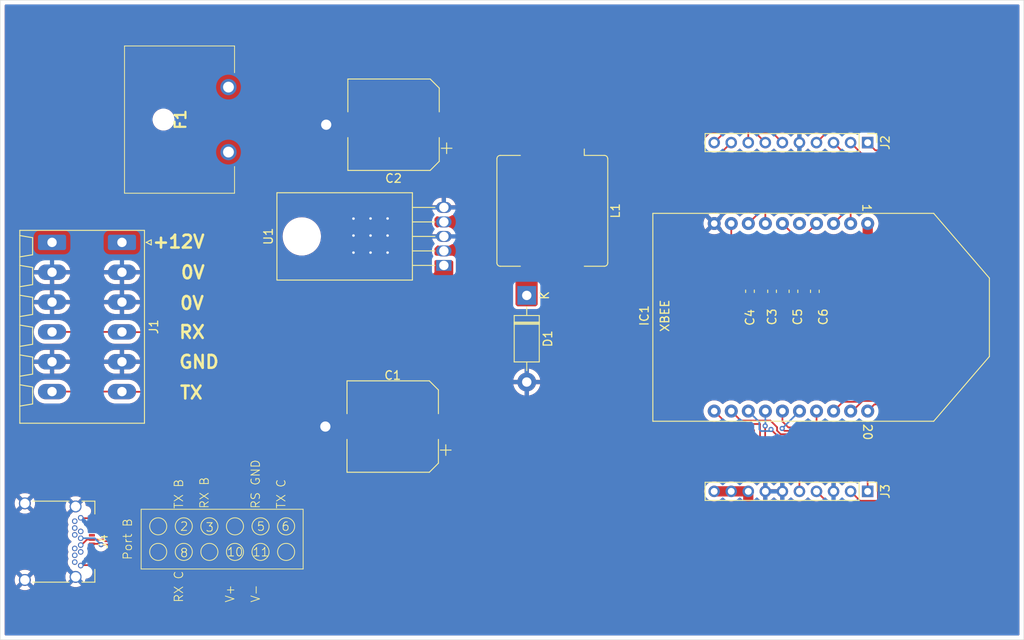
<source format=kicad_pcb>
(kicad_pcb (version 20240108) (generator "pcbnew") (generator_version "8.0")
  (title_block (title "XBee Carrier Board for AgGPS") (date "2024-12-29") (rev "A") (comment 1 "Pour boitier Hammond 1455J1601"))
  (layers (0 "F.Cu" mixed) (31 "B.Cu" jumper) (34 "B.Paste" user) (35 "F.Paste" user) (36 "B.SilkS" user "B.Silkscreen") (37 "F.SilkS" user "F.Silkscreen") (38 "B.Mask" user) (39 "F.Mask" user) (44 "Edge.Cuts" user))
  (net 0 "")
  (net 1 "Receiver_UART_GND")
  (net 2 "DC_3_3VR")
  (net 3 "Net-(U1-VIN)")
  (net 4 "Net-(D1-K)")
  (net 5 "DC_12V_Unr")
  (net 7 "XBee_Serial_In")
  (net 8 "XBee_USB_D+")
  (net 9 "XBee_Serial_Out")
  (net 10 "XBee_USB_D-")
  (net 11 "XBee_DIO2")
  (net 12 "XBee_DIO4_SPI_MOSI")
  (net 13 "XBee_VRef")
  (net 14 "XBee_DIO3")
  (net 15 "XBee_DIO7")
  (net 16 "XBee_DIO0")
  (net 17 "XBee_DIO8")
  (net 18 "XBee_DIO12_SPI_MISO")
  (net 19 "XBee_DIO1")
  (net 20 "XBee_DIO9")
  (net 21 "XBee_DIO6")
  (net 22 "XBee_DIO5")
  (net 23 "XBee_DIO11_PWM1")
  (footprint "Capacitor_SMD:CP_Elec_10x12.5" (layer "F.Cu") (at 116 120 180)
    (property "Reference" "C1" (at 0 6 180) (layer "F.SilkS"))
    (property "Value" "100uF")
    (pad "1" smd roundrect (at -4.2 0 180) (size 4.4 2.5) (layers "F.Cu" "F.Paste" "F.Mask") (roundrect_rratio 0.1) (net 3 "Net-(U1-VIN)"))
    (pad "2" smd roundrect (at 4.2 0 180) (size 4.4 2.5) (layers "F.Cu" "F.Paste" "F.Mask") (roundrect_rratio 0.1) (net 1 "Receiver_UART_GND"))
  )
  (footprint "Connector_PinHeader_2.00mm:PinHeader_1x10_P2.00mm_Vertical" (layer "F.Cu") (at 171.7 86.7 -90)
    (property "Reference" "J2" (at 0 -2.06 -90) (layer "F.SilkS"))
    (property "Value" "Screw_Terminal_01x10")
    (pad "1" thru_hole rect (at 0 0 270) (size 1.35 1.35) (drill 0.8) (layers "*.Cu" "*.Mask") (net 16 "XBee_DIO0"))
    (pad "2" thru_hole oval (at 0 2 270) (size 1.35 1.35) (drill 0.8) (layers "*.Cu" "*.Mask") (net 19 "XBee_DIO1"))
    (pad "3" thru_hole oval (at 0 4 270) (size 1.35 1.35) (drill 0.8) (layers "*.Cu" "*.Mask") (net 11 "XBee_DIO2"))
    (pad "4" thru_hole oval (at 0 6 270) (size 1.35 1.35) (drill 0.8) (layers "*.Cu" "*.Mask") (net 14 "XBee_DIO3"))
    (pad "5" thru_hole oval (at 0 8 270) (size 1.35 1.35) (drill 0.8) (layers "*.Cu" "*.Mask") (net 1 "Receiver_UART_GND"))
    (pad "6" thru_hole oval (at 0 10 270) (size 1.35 1.35) (drill 0.8) (layers "*.Cu" "*.Mask") (net 22 "XBee_DIO5"))
    (pad "7" thru_hole oval (at 0 12 270) (size 1.35 1.35) (drill 0.8) (layers "*.Cu" "*.Mask") (net 21 "XBee_DIO6"))
    (pad "8" thru_hole oval (at 0 14 270) (size 1.35 1.35) (drill 0.8) (layers "*.Cu" "*.Mask") (net 15 "XBee_DIO7"))
    (pad "9" thru_hole oval (at 0 16 270) (size 1.35 1.35) (drill 0.8) (layers "*.Cu" "*.Mask") (net 17 "XBee_DIO8"))
    (pad "10" thru_hole oval (at 0 18 270) (size 1.35 1.35) (drill 0.8) (layers "*.Cu" "*.Mask") (net 20 "XBee_DIO9"))
  )
  (footprint "Capacitor_SMD:C_0603_1608Metric_Pad1.08x0.95mm_HandSolder" (layer "F.Cu") (at 157.9 104.132829 -90)
    (property "Reference" "C4" (at 3.067171 0 90) (layer "F.SilkS"))
    (property "Value" "10nF")
    (pad "1" smd roundrect (at -0.8625 0 270) (size 1.075 0.95) (layers "F.Cu" "F.Paste" "F.Mask") (net 1 "Receiver_UART_GND"))
    (pad "2" smd roundrect (at 0.8625 0 270) (size 1.075 0.95) (layers "F.Cu" "F.Paste" "F.Mask") (net 2 "DC_3_3VR"))
  )
  (footprint "Capacitor_SMD:C_0603_1608Metric_Pad1.08x0.95mm_HandSolder" (layer "F.Cu") (at 165.51 104.1375 90)
    (property "Reference" "C6" (at -3 0.98 -90) (layer "F.SilkS"))
    (property "Value" "10pF")
    (pad "1" smd roundrect (at -0.8625 0 90) (size 1.075 0.95) (layers "F.Cu" "F.Paste" "F.Mask") (net 2 "DC_3_3VR"))
    (pad "2" smd roundrect (at 0.8625 0 90) (size 1.075 0.95) (layers "F.Cu" "F.Paste" "F.Mask") (net 1 "Receiver_UART_GND"))
  )
  (footprint "Capacitor_SMD:C_0603_1608Metric_Pad1.08x0.95mm_HandSolder" (layer "F.Cu") (at 163 104.1375 90)
    (property "Reference" "C5" (at -3 0.49 -90) (layer "F.SilkS"))
    (property "Value" "56pF")
    (pad "1" smd roundrect (at -0.8625 0 90) (size 1.075 0.95) (layers "F.Cu" "F.Paste" "F.Mask") (net 2 "DC_3_3VR"))
    (pad "2" smd roundrect (at 0.8625 0 90) (size 1.075 0.95) (layers "F.Cu" "F.Paste" "F.Mask") (net 1 "Receiver_UART_GND"))
  )
  (footprint "Connector_Phoenix_SPT:PhoenixContact_SPT_1.5_6-H-3.5_1x06_P3.5mm_Horizontal" (layer "F.Cu") (at 84.2475 98.4 -90)
    (property "Reference" "J1" (at 9.9 -3.73 90) (layer "F.SilkS"))
    (property "Value" "Screw_Terminal_01x06")
    (pad "1" thru_hole roundrect (at 0 0 270) (size 1.8 3.3) (drill 1.1) (layers "*.Cu" "*.Mask") (roundrect_rratio 0.138889) (net 5 "DC_12V_Unr"))
    (pad "1" thru_hole roundrect (at 0 8.2 270) (size 1.8 3.3) (drill 1.1) (layers "*.Cu" "*.Mask") (roundrect_rratio 0.138889) (net 5 "DC_12V_Unr"))
    (pad "2" thru_hole oval (at 3.5 0 270) (size 1.8 3.3) (drill 1.1) (layers "*.Cu" "*.Mask") (net 1 "Receiver_UART_GND"))
    (pad "2" thru_hole oval (at 3.5 8.2 270) (size 1.8 3.3) (drill 1.1) (layers "*.Cu" "*.Mask") (net 1 "Receiver_UART_GND"))
    (pad "3" thru_hole oval (at 7 0 270) (size 1.8 3.3) (drill 1.1) (layers "*.Cu" "*.Mask") (net 1 "Receiver_UART_GND"))
    (pad "3" thru_hole oval (at 7 8.2 270) (size 1.8 3.3) (drill 1.1) (layers "*.Cu" "*.Mask") (net 1 "Receiver_UART_GND"))
    (pad "4" thru_hole oval (at 10.5 0 270) (size 1.8 3.3) (drill 1.1) (layers "*.Cu" "*.Mask") (net 9 "XBee_Serial_Out"))
    (pad "4" thru_hole oval (at 10.5 8.2 270) (size 1.8 3.3) (drill 1.1) (layers "*.Cu" "*.Mask") (net 9 "XBee_Serial_Out"))
    (pad "5" thru_hole oval (at 14 0 270) (size 1.8 3.3) (drill 1.1) (layers "*.Cu" "*.Mask") (net 1 "Receiver_UART_GND"))
    (pad "5" thru_hole oval (at 14 8.2 270) (size 1.8 3.3) (drill 1.1) (layers "*.Cu" "*.Mask") (net 1 "Receiver_UART_GND"))
    (pad "6" thru_hole oval (at 17.5 0 270) (size 1.8 3.3) (drill 1.1) (layers "*.Cu" "*.Mask") (net 7 "XBee_Serial_In"))
    (pad "6" thru_hole oval (at 17.5 8.2 270) (size 1.8 3.3) (drill 1.1) (layers "*.Cu" "*.Mask") (net 7 "XBee_Serial_In"))
  )
  (footprint "Connector_PinHeader_2.00mm:PinHeader_1x10_P2.00mm_Vertical" (layer "F.Cu") (at 171.7 127.6 -90)
    (property "Reference" "J3" (at 0 -2.06 90) (layer "F.SilkS"))
    (property "Value" "Screw_Terminal_01x10")
    (pad "1" thru_hole rect (at 0 0 270) (size 1.35 1.35) (drill 0.8) (layers "*.Cu" "*.Mask") (net 13 "XBee_VRef"))
    (pad "2" thru_hole oval (at 0 2 270) (size 1.35 1.35) (drill 0.8) (layers "*.Cu" "*.Mask") (net 23 "XBee_DIO11_PWM1"))
    (pad "3" thru_hole oval (at 0 4 270) (size 1.35 1.35) (drill 0.8) (layers "*.Cu" "*.Mask") (net 1 "Receiver_UART_GND"))
    (pad "4" thru_hole oval (at 0 6 270) (size 1.35 1.35) (drill 0.8) (layers "*.Cu" "*.Mask") (net 18 "XBee_DIO12_SPI_MISO"))
    (pad "5" thru_hole oval (at 0 8 270) (size 1.35 1.35) (drill 0.8) (layers "*.Cu" "*.Mask") (net 12 "XBee_DIO4_SPI_MOSI"))
    (pad "6" thru_hole oval (at 0 10 270) (size 1.35 1.35) (drill 0.8) (layers "*.Cu" "*.Mask") (net 1 "Receiver_UART_GND"))
    (pad "7" thru_hole oval (at 0 12 270) (size 1.35 1.35) (drill 0.8) (layers "*.Cu" "*.Mask") (net 1 "Receiver_UART_GND"))
    (pad "8" thru_hole oval (at 0 14 270) (size 1.35 1.35) (drill 0.8) (layers "*.Cu" "*.Mask") (net 2 "DC_3_3VR"))
    (pad "9" thru_hole oval (at 0 16 270) (size 1.35 1.35) (drill 0.8) (layers "*.Cu" "*.Mask") (net 2 "DC_3_3VR"))
    (pad "10" thru_hole oval (at 0 18 270) (size 1.35 1.35) (drill 0.8) (layers "*.Cu" "*.Mask") (net 2 "DC_3_3VR"))
  )
  (footprint "Custom:Xbee 3" (layer "F.Cu") (at 144.506793 107.087153 -90)
    (property "Reference" "IC1" (at -0.1 -1 90) (layer "F.SilkS"))
    (property "Value" "~" (hide yes))
    (fp_text user "XBEE" (at 1.9 -4 90) (layer "F.SilkS") (effects (justify left bottom)))
    (fp_text user "20" (at 12.5 -26.6 -90) (layer "F.SilkS") (effects (justify left bottom)))
    (fp_text user "1" (at -13.3 -26.5 -90) (layer "F.SilkS") (effects (justify left bottom)))
    (pad "1" thru_hole circle (at -10.9 -27.2 270) (size 1.524 1.524) (drill 0.762) (layers "*.Cu" "*.Mask") (net 2 "DC_3_3VR"))
    (pad "2" thru_hole circle (at -10.9 -25.2 270) (size 1.524 1.524) (drill 0.762) (layers "*.Cu" "*.Mask") (net 9 "XBee_Serial_Out"))
    (pad "3" thru_hole circle (at -10.9 -23.2 270) (size 1.524 1.524) (drill 0.762) (layers "*.Cu" "*.Mask") (net 7 "XBee_Serial_In"))
    (pad "4" thru_hole circle (at -10.9 -21.2 270) (size 1.524 1.524) (drill 0.762) (layers "*.Cu" "*.Mask") (net 18 "XBee_DIO12_SPI_MISO"))
    (pad "5" thru_hole circle (at -10.9 -19.2 270) (size 1.524 1.524) (drill 0.762) (layers "*.Cu" "*.Mask"))
    (pad "6" thru_hole circle (at -10.9 -17.2 270) (size 1.524 1.524) (drill 0.762) (layers "*.Cu" "*.Mask") (net 23 "XBee_DIO11_PWM1"))
    (pad "7" thru_hole circle (at -10.9 -15.2 270) (size 1.524 1.524) (drill 0.762) (layers "*.Cu" "*.Mask") (net 8 "XBee_USB_D+"))
    (pad "8" thru_hole circle (at -10.9 -13.2 270) (size 1.524 1.524) (drill 0.762) (layers "*.Cu" "*.Mask") (net 10 "XBee_USB_D-"))
    (pad "9" thru_hole circle (at -10.9 -11.2 270) (size 1.524 1.524) (drill 0.762) (layers "*.Cu" "*.Mask") (net 17 "XBee_DIO8"))
    (pad "10" thru_hole circle (at -10.9 -9.2 270) (size 1.524 1.524) (drill 0.762) (layers "*.Cu" "*.Mask") (net 1 "Receiver_UART_GND"))
    (pad "11" thru_hole circle (at 11.1 -9.2 270) (size 1.524 1.524) (drill 0.762) (layers "*.Cu" "*.Mask") (net 12 "XBee_DIO4_SPI_MOSI"))
    (pad "12" thru_hole circle (at 11.1 -11.2 270) (size 1.524 1.524) (drill 0.762) (layers "*.Cu" "*.Mask") (net 15 "XBee_DIO7"))
    (pad "13" thru_hole circle (at 11.1 -13.2 270) (size 1.524 1.524) (drill 0.762) (layers "*.Cu" "*.Mask") (net 20 "XBee_DIO9"))
    (pad "14" thru_hole circle (at 11.1 -15.2 270) (size 1.524 1.524) (drill 0.762) (layers "*.Cu" "*.Mask") (net 13 "XBee_VRef"))
    (pad "15" thru_hole circle (at 11.1 -17.2 270) (size 1.524 1.524) (drill 0.762) (layers "*.Cu" "*.Mask") (net 22 "XBee_DIO5"))
    (pad "16" thru_hole circle (at 11.1 -19.2 270) (size 1.524 1.524) (drill 0.762) (layers "*.Cu" "*.Mask") (net 21 "XBee_DIO6"))
    (pad "17" thru_hole circle (at 11.1 -21.2 270) (size 1.524 1.524) (drill 0.762) (layers "*.Cu" "*.Mask") (net 14 "XBee_DIO3"))
    (pad "18" thru_hole circle (at 11.1 -23.2 270) (size 1.524 1.524) (drill 0.762) (layers "*.Cu" "*.Mask") (net 11 "XBee_DIO2"))
    (pad "19" thru_hole circle (at 11.1 -25.2 270) (size 1.524 1.524) (drill 0.762) (layers "*.Cu" "*.Mask") (net 19 "XBee_DIO1"))
    (pad "20" thru_hole circle (at 11.1 -27.2 270) (size 1.524 1.524) (drill 0.762) (layers "*.Cu" "*.Mask") (net 16 "XBee_DIO0"))
  )
  (footprint "Inductor_SMD:L_Bourns_SRR1208_12.7x12.7mm" (layer "F.Cu") (at 134.72 94.7 -90)
    (property "Reference" "L1" (at 0 -7.4 -90) (layer "F.SilkS"))
    (property "Value" "330uH")
    (pad "1" smd rect (at -5 0 270) (size 4 7) (layers "F.Cu" "F.Paste" "F.Mask") (net 2 "DC_3_3VR"))
    (pad "2" smd rect (at 5 0 270) (size 4 7) (layers "F.Cu" "F.Paste" "F.Mask") (net 4 "Net-(D1-K)"))
  )
  (footprint "SamacSys_Parts:01530007Z" (layer "F.Cu") (at 91 84 -90)
    (property "Reference" "F1" (at 0 -0.121 90) (layer "F.SilkS") (effects (font (size 1.27 1.27) (thickness 0.254))))
    (property "Value" "1.25A" (hide yes))
    (pad "" np_thru_hole circle (at 0 1.88 270) (size 2.0828 2.0828) (drill 2.0828) (layers "*.Cu" "*.Mask"))
    (pad "1" thru_hole circle (at -3.81 -5.74 270) (size 1.905 1.905) (drill 1.27) (layers "*.Cu" "*.Mask") (net 5 "DC_12V_Unr"))
    (pad "2" thru_hole circle (at 3.81 -5.74 270) (size 1.905 1.905) (drill 1.27) (layers "*.Cu" "*.Mask") (net 3 "Net-(U1-VIN)"))
  )
  (footprint "Diode_THT:D_DO-41_SOD81_P10.16mm_Horizontal" (layer "F.Cu") (at 131.72 104.62 -90)
    (property "Reference" "D1" (at 5.08 -2.47 90) (layer "F.SilkS"))
    (property "Value" "1N5819")
    (fp_text user "K" (at 0 -2.1 90) (layer "F.SilkS"))
    (pad "1" thru_hole rect (at 0 0 270) (size 2.2 2.2) (drill 1.1) (layers "*.Cu" "*.Mask") (net 4 "Net-(D1-K)"))
    (pad "2" thru_hole oval (at 10.16 0 270) (size 2.2 2.2) (drill 1.1) (layers "*.Cu" "*.Mask") (net 1 "Receiver_UART_GND"))
  )
  (footprint "Connector_USB:USB_C_Receptacle_Amphenol_12401548E4-2A_CircularHoles" (layer "F.Cu") (at 75.7 133.5 -90)
    (property "Reference" "J4" (at 0 -6.36 90) (layer "F.SilkS"))
    (property "Value" "USB_C_Receptacle_USB2.0_14P" (hide yes))
    (pad "" np_thru_hole circle (at -3.6 -4.36 270) (size 0.65 0.65) (drill 0.65) (layers "*.Cu" "*.Mask"))
    (pad "" np_thru_hole circle (at 3.6 -4.36 270) (size 0.95 0.95) (drill 0.95) (layers "*.Cu" "*.Mask"))
    (pad "A1" smd rect (at -2.75 -5.02 270) (size 0.3 0.7) (layers "F.Cu" "F.Paste" "F.Mask") (net 1 "Receiver_UART_GND"))
    (pad "A2" smd rect (at -2.25 -5.02 270) (size 0.3 0.7) (layers "F.Cu" "F.Paste" "F.Mask"))
    (pad "A3" smd rect (at -1.75 -5.02 270) (size 0.3 0.7) (layers "F.Cu" "F.Paste" "F.Mask"))
    (pad "A4" smd rect (at -1.25 -5.02 270) (size 0.3 0.7) (layers "F.Cu" "F.Paste" "F.Mask"))
    (pad "A5" smd rect (at -0.75 -5.02 270) (size 0.3 0.7) (layers "F.Cu" "F.Paste" "F.Mask"))
    (pad "A6" smd rect (at -0.25 -5.02 270) (size 0.3 0.7) (layers "F.Cu" "F.Paste" "F.Mask") (net 8 "XBee_USB_D+"))
    (pad "A7" smd rect (at 0.25 -5.02 270) (size 0.3 0.7) (layers "F.Cu" "F.Paste" "F.Mask") (net 10 "XBee_USB_D-"))
    (pad "A8" smd rect (at 0.75 -5.02 270) (size 0.3 0.7) (layers "F.Cu" "F.Paste" "F.Mask"))
    (pad "A9" smd rect (at 1.25 -5.02 270) (size 0.3 0.7) (layers "F.Cu" "F.Paste" "F.Mask"))
    (pad "A10" smd rect (at 1.75 -5.02 270) (size 0.3 0.7) (layers "F.Cu" "F.Paste" "F.Mask"))
    (pad "A11" smd rect (at 2.25 -5.02 270) (size 0.3 0.7) (layers "F.Cu" "F.Paste" "F.Mask"))
    (pad "A12" smd rect (at 2.75 -5.02 270) (size 0.3 0.7) (layers "F.Cu" "F.Paste" "F.Mask") (net 1 "Receiver_UART_GND"))
    (pad "B1" thru_hole circle (at 2.8 -3.71 270) (size 0.65 0.65) (drill 0.4) (layers "*.Cu" "*.Mask") (net 1 "Receiver_UART_GND"))
    (pad "B2" thru_hole circle (at 2.4 -3.01 270) (size 0.65 0.65) (drill 0.4) (layers "*.Cu" "*.Mask"))
    (pad "B3" thru_hole circle (at 1.6 -3.01 270) (size 0.65 0.65) (drill 0.4) (layers "*.Cu" "*.Mask"))
    (pad "B4" thru_hole circle (at 1.2 -3.71 270) (size 0.65 0.65) (drill 0.4) (layers "*.Cu" "*.Mask"))
    (pad "B5" thru_hole circle (at 0.8 -3.01 270) (size 0.65 0.65) (drill 0.4) (layers "*.Cu" "*.Mask"))
    (pad "B6" thru_hole circle (at 0.4 -3.71 270) (size 0.65 0.65) (drill 0.4) (layers "*.Cu" "*.Mask") (net 8 "XBee_USB_D+"))
    (pad "B7" thru_hole circle (at -0.4 -3.71 270) (size 0.65 0.65) (drill 0.4) (layers "*.Cu" "*.Mask") (net 10 "XBee_USB_D-"))
    (pad "B8" thru_hole circle (at -0.8 -3.01 270) (size 0.65 0.65) (drill 0.4) (layers "*.Cu" "*.Mask"))
    (pad "B9" thru_hole circle (at -1.2 -3.71 270) (size 0.65 0.65) (drill 0.4) (layers "*.Cu" "*.Mask"))
    (pad "B10" thru_hole circle (at -1.6 -3.01 270) (size 0.65 0.65) (drill 0.4) (layers "*.Cu" "*.Mask"))
    (pad "B11" thru_hole circle (at -2.4 -3.01 270) (size 0.65 0.65) (drill 0.4) (layers "*.Cu" "*.Mask"))
    (pad "B12" thru_hole circle (at -2.8 -3.71 270) (size 0.65 0.65) (drill 0.4) (layers "*.Cu" "*.Mask") (net 1 "Receiver_UART_GND"))
    (pad "S1" thru_hole circle (at -4.49 2.84 270) (size 1.4 1.4) (drill 1.1) (layers "*.Cu" "*.Mask") (net 1 "Receiver_UART_GND"))
    (pad "S1" thru_hole circle (at -4.13 -3.11 270) (size 1.4 1.4) (drill 1.1) (layers "*.Cu" "*.Mask") (net 1 "Receiver_UART_GND"))
    (pad "S1" thru_hole circle (at 4.13 -3.11 270) (size 1.4 1.4) (drill 1.1) (layers "*.Cu" "*.Mask") (net 1 "Receiver_UART_GND"))
    (pad "S1" thru_hole circle (at 4.49 2.84 270) (size 1.4 1.4) (drill 1.1) (layers "*.Cu" "*.Mask") (net 1 "Receiver_UART_GND"))
  )
  (footprint "Capacitor_SMD:CP_Elec_10x12.5" (layer "F.Cu") (at 116.1 84.6 180)
    (property "Reference" "C2" (at 0 -6.3 180) (layer "F.SilkS"))
    (property "Value" "330uF")
    (pad "1" smd roundrect (at -4.2 0 180) (size 4.4 2.5) (layers "F.Cu" "F.Paste" "F.Mask") (roundrect_rratio 0.1) (net 2 "DC_3_3VR"))
    (pad "2" smd roundrect (at 4.2 0 180) (size 4.4 2.5) (layers "F.Cu" "F.Paste" "F.Mask") (roundrect_rratio 0.1) (net 1 "Receiver_UART_GND"))
  )
  (footprint "Capacitor_SMD:C_0603_1608Metric_Pad1.08x0.95mm_HandSolder" (layer "F.Cu") (at 160.49 104.1375 90)
    (property "Reference" "C3" (at -3 0 -90) (layer "F.SilkS"))
    (property "Value" "10uF")
    (pad "1" smd roundrect (at -0.8625 0 90) (size 1.075 0.95) (layers "F.Cu" "F.Paste" "F.Mask") (net 2 "DC_3_3VR"))
    (pad "2" smd roundrect (at 0.8625 0 90) (size 1.075 0.95) (layers "F.Cu" "F.Paste" "F.Mask") (net 1 "Receiver_UART_GND"))
  )
  (footprint "Package_TO_SOT_THT:TO-220-5_Horizontal_TabDown" (layer "F.Cu") (at 122 101.1 90)
    (property "Reference" "U1" (at 3.4 -20.58 -90) (layer "F.SilkS"))
    (property "Value" "LM2575-3.3BT")
    (pad "" np_thru_hole oval (at 3.4 -16.66 90) (size 3.5 3.5) (drill 3.5) (layers "*.Cu" "*.Mask"))
    (pad "1" thru_hole rect (at 0 0 90) (size 1.275 1.8) (drill 1.1) (layers "*.Cu" "*.Mask") (net 3 "Net-(U1-VIN)"))
    (pad "2" thru_hole oval (at 1.7 0 90) (size 1.275 1.8) (drill 1.1) (layers "*.Cu" "*.Mask") (net 4 "Net-(D1-K)"))
    (pad "3" thru_hole oval (at 3.4 0 90) (size 1.275 1.8) (drill 1.1) (layers "*.Cu" "*.Mask") (net 1 "Receiver_UART_GND"))
    (pad "4" thru_hole oval (at 5.1 0 90) (size 1.275 1.8) (drill 1.1) (layers "*.Cu" "*.Mask") (net 2 "DC_3_3VR"))
    (pad "5" thru_hole oval (at 6.8 0 90) (size 1.275 1.8) (drill 1.1) (layers "*.Cu" "*.Mask") (net 1 "Receiver_UART_GND"))
  )
  (gr_circle (center 94.5 131.7) (end 93.5 131.7) (stroke (width 0.1)) (fill none) (layer "F.SilkS"))
  (gr_circle (center 91.5 134.7) (end 90.5 134.7) (stroke (width 0.1)) (fill none) (layer "F.SilkS"))
  (gr_line (start 86.5 136.7) (end 105.5 136.7) (stroke (width 0.1)) (layer "F.SilkS"))
  (gr_circle (center 91.5 131.7) (end 90.5 131.7) (stroke (width 0.1)) (fill none) (layer "F.SilkS"))
  (gr_circle (center 94.5 134.7) (end 93.5 134.7) (stroke (width 0.1)) (fill none) (layer "F.SilkS"))
  (gr_circle (center 103.5 131.7) (end 102.5 131.7) (stroke (width 0.1)) (fill none) (layer "F.SilkS"))
  (gr_line (start 86.5 129.7) (end 86.5 136.7) (stroke (width 0.1)) (layer "F.SilkS"))
  (gr_circle (center 97.5 134.7) (end 96.5 134.7) (stroke (width 0.1)) (fill none) (layer "F.SilkS"))
  (gr_line (start 105.5 136.7) (end 105.5 129.7) (stroke (width 0.1)) (layer "F.SilkS"))
  (gr_circle (center 100.5 131.7) (end 99.5 131.7) (stroke (width 0.1)) (fill none) (layer "F.SilkS"))
  (gr_line (start 105.5 129.7) (end 86.5 129.7) (stroke (width 0.1)) (layer "F.SilkS"))
  (gr_circle (center 100.5 134.7) (end 99.5 134.7) (stroke (width 0.1)) (fill none) (layer "F.SilkS"))
  (gr_circle (center 103.5 134.7) (end 102.5 134.7) (stroke (width 0.1)) (fill none) (layer "F.SilkS"))
  (gr_circle (center 97.5 131.7) (end 96.5 131.7) (stroke (width 0.1)) (fill none) (layer "F.SilkS"))
  (gr_circle (center 88.5 134.7) (end 87.5 134.7) (stroke (width 0.1)) (fill none) (layer "F.SilkS"))
  (gr_circle (center 88.5 131.7) (end 87.5 131.7) (stroke (width 0.1)) (fill none) (layer "F.SilkS"))
  (gr_line (start 70 70) (end 70 145) (stroke (width 0.05)) (layer "Edge.Cuts"))
  (gr_line (start 70 70) (end 190 70) (stroke (width 0.05)) (layer "Edge.Cuts"))
  (gr_line (start 190 70) (end 190 145) (stroke (width 0.05)) (layer "Edge.Cuts"))
  (gr_line (start 190 145) (end 70 145) (stroke (width 0.05)) (layer "Edge.Cuts"))
  (gr_text "3" (at 94 132.4 0) (layer "F.SilkS") (effects (font (size 1 1) (thickness 0.1)) (justify left bottom)))
  (gr_text "8" (at 91 135.4 0) (layer "F.SilkS") (effects (font (size 1 1) (thickness 0.1)) (justify left bottom)))
  (gr_text "6\n" (at 102.9 132.3 0) (layer "F.SilkS") (effects (font (size 1 1) (thickness 0.1)) (justify left bottom)))
  (gr_text "RX B" (at 94.5 129.7 90) (layer "F.SilkS") (effects (font (size 1 1) (thickness 0.1)) (justify left bottom)))
  (gr_text "2" (at 91 132.3 0) (layer "F.SilkS") (effects (font (size 1 1) (thickness 0.1)) (justify left bottom)))
  (gr_text "GND" (at 90.8 113.3 0) (layer "F.SilkS") (effects (font (size 1.5 1.5) (thickness 0.3) (bold yes)) (justify left bottom)))
  (gr_text "+12V" (at 87.7 99.2 0) (layer "F.SilkS") (effects (font (size 1.5 1.5) (thickness 0.3) (bold yes)) (justify left bottom)))
  (gr_text "11" (at 99.5 135.3 0) (layer "F.SilkS") (effects (font (size 1 1) (thickness 0.1)) (justify left bottom)))
  (gr_text "V-" (at 100.5 140.7 90) (layer "F.SilkS") (effects (font (size 1 1) (thickness 0.1)) (justify left bottom)))
  (gr_text "10" (at 96.5 135.3 0) (layer "F.SilkS") (effects (font (size 1 1) (thickness 0.1)) (justify left bottom)))
  (gr_text "5" (at 100 132.3 0) (layer "F.SilkS") (effects (font (size 1 1) (thickness 0.1)) (justify left bottom)))
  (gr_text "Port B" (at 85.5 135.7 90) (layer "F.SilkS") (effects (font (size 1 1) (thickness 0.1)) (justify left bottom)))
  (gr_text "TX\n" (at 90.9 116.9 0) (layer "F.SilkS") (effects (font (size 1.5 1.5) (thickness 0.3) (bold yes)) (justify left bottom)))
  (gr_text "RX" (at 90.8 109.8 0) (layer "F.SilkS") (effects (font (size 1.5 1.5) (thickness 0.3) (bold yes)) (justify left bottom)))
  (gr_text "0V\n" (at 90.9 106.4 0) (layer "F.SilkS") (effects (font (size 1.5 1.5) (thickness 0.3) (bold yes)) (justify left bottom)))
  (gr_text "0V\n" (at 91 102.8 0) (layer "F.SilkS") (effects (font (size 1.5 1.5) (thickness 0.3) (bold yes)) (justify left bottom)))
  (gr_text "TX C" (at 103.5 129.7 90) (layer "F.SilkS") (effects (font (size 1 1) (thickness 0.1)) (justify left bottom)))
  (gr_text "RS GND" (at 100.5 129.7 90) (layer "F.SilkS") (effects (font (size 1 1) (thickness 0.1)) (justify left bottom)))
  (gr_text "TX B" (at 91.5 129.7 90) (layer "F.SilkS") (effects (font (size 1 1) (thickness 0.1)) (justify left bottom)))
  (gr_text "V+" (at 97.5 140.7 90) (layer "F.SilkS") (effects (font (size 1 1) (thickness 0.1)) (justify left bottom)))
  (gr_text "RX C" (at 91.5 140.7 90) (layer "F.SilkS") (effects (font (size 1 1) (thickness 0.1)) (justify left bottom)))
  (segment (start 111.8 120) (end 108.1 120) (width 1.2) (layer "F.Cu") (net 1))
  (segment (start 80.72 136.25) (end 79.46 136.25) (width 0.2) (layer "F.Cu") (net 1))
  (segment (start 80.72 130.75) (end 81.75 130.75) (width 0.2) (layer "F.Cu") (net 1))
  (segment (start 81.75 130.75) (end 81.8 130.7) (width 0.2) (layer "F.Cu") (net 1))
  (segment (start 82.05 136.25) (end 82.1 136.3) (width 0.2) (layer "F.Cu") (net 1))
  (segment (start 79.46 136.25) (end 79.41 136.3) (width 0.2) (layer "F.Cu") (net 1))
  (segment (start 80.72 130.75) (end 79.46 130.75) (width 0.2) (layer "F.Cu") (net 1))
  (segment (start 79.46 130.75) (end 79.41 130.7) (width 0.2) (layer "F.Cu") (net 1))
  (segment (start 111.4 84.6) (end 108.2 84.6) (width 1.2) (layer "F.Cu") (net 1))
  (segment (start 80.72 136.25) (end 82.05 136.25) (width 0.2) (layer "F.Cu") (net 1))
  (via (at 115.4 97.6) (size 0.6) (drill 0.3) (layers "F.Cu" "B.Cu") (net 1))
  (via (at 108.2 84.6) (size 2) (drill 1.2) (layers "F.Cu" "B.Cu") (net 1))
  (via (at 111.4 95.614036) (size 0.6) (drill 0.3) (layers "F.Cu" "B.Cu") (net 1))
  (via (at 115.4 99.6) (size 0.6) (drill 0.3) (layers "F.Cu" "B.Cu") (net 1))
  (via (at 111.4 97.6) (size 0.6) (drill 0.3) (layers "F.Cu" "B.Cu") (net 1))
  (via (at 108.1 120) (size 2) (drill 1.2) (layers "F.Cu" "B.Cu") (net 1))
  (via (at 111.4 99.6) (size 0.6) (drill 0.3) (layers "F.Cu" "B.Cu") (net 1))
  (via (at 113.4 95.6) (size 0.6) (drill 0.3) (layers "F.Cu" "B.Cu") (net 1))
  (via (at 113.4 97.6) (size 0.6) (drill 0.3) (layers "F.Cu" "B.Cu") (net 1))
  (via (at 115.4 95.6) (size 0.6) (drill 0.3) (layers "F.Cu" "B.Cu") (net 1))
  (via (at 113.4 99.6) (size 0.6) (drill 0.3) (layers "F.Cu" "B.Cu") (net 1))
  (segment (start 150.1 105) (end 150.02 105) (width 1.2) (layer "F.Cu") (net 2))
  (segment (start 186 123.5) (end 176.5 133) (width 1.2) (layer "F.Cu") (net 2))
  (segment (start 129.72 84.7) (end 134.72 89.7) (width 1.2) (layer "F.Cu") (net 2))
  (segment (start 145.01 99.99) (end 145.01 87.99) (width 1.2) (layer "F.Cu") (net 2))
  (segment (start 150.1 105) (end 160.49 105) (width 1.2) (layer "F.Cu") (net 2))
  (segment (start 146.21 101.19) (end 145.01 99.99) (width 1.2) (layer "F.Cu") (net 2))
  (segment (start 145.01 87.99) (end 154 79) (width 1.2) (layer "F.Cu") (net 2))
  (segment (start 163 105) (end 165.51 105) (width 1.2) (layer "F.Cu") (net 2))
  (segment (start 160.49 105) (end 163 105) (width 1.2) (layer "F.Cu") (net 2))
  (segment (start 168.6 105) (end 171.706793 101.893207) (width 1.2) (layer "F.Cu") (net 2))
  (segment (start 178 79) (end 186 87) (width 1.2) (layer "F.Cu") (net 2))
  (segment (start 161 133) (end 157.7 129.7) (width 1.2) (layer "F.Cu") (net 2))
  (segment (start 150.02 105) (end 146.21 101.19) (width 1.2) (layer "F.Cu") (net 2))
  (segment (start 171.706793 101.893207) (end 171.706793 96.187153) (width 1.2) (layer "F.Cu") (net 2))
  (segment (start 165.51 105) (end 168.6 105) (width 1.2) (layer "F.Cu") (net 2))
  (segment (start 145.01 99.99) (end 134.72 89.7) (width 1.2) (layer "F.Cu") (net 2))
  (segment (start 186 87) (end 186 123.5) (width 1.2) (layer "F.Cu") (net 2))
  (segment (start 119.92 84.7) (end 129.72 84.7) (width 1.2) (layer "F.Cu") (net 2))
  (segment (start 157.7 129.7) (end 157.7 127.6) (width 1.2) (layer "F.Cu") (net 2))
  (segment (start 176.5 133) (end 161 133) (width 1.2) (layer "F.Cu") (net 2))
  (segment (start 154 79) (end 178 79) (width 1.2) (layer "F.Cu") (net 2))
  (segment (start 155.7 127.6) (end 153.7 127.6) (width 1.2) (layer "F.Cu") (net 2))
  (segment (start 157.7 127.6) (end 155.7 127.6) (width 1.2) (layer "F.Cu") (net 2))
  (segment (start 153.665686 107.7) (end 171.165686 107.7) (width 0.2) (layer "F.Cu") (net 7))
  (segment (start 108.234314 128.8) (end 132.565686 128.8) (width 0.2) (layer "F.Cu") (net 7))
  (segment (start 174.7 104.165686) (end 174.7 93.334314) (width 0.2) (layer "F.Cu") (net 7))
  (segment (start 169.306793 94.587153) (end 167.706793 96.187153) (width 0.2) (layer "F.Cu") (net 7))
  (segment (start 169.306793 93.927521) (end 169.306793 94.587153) (width 0.2) (layer "F.Cu") (net 7))
  (segment (start 171.165686 107.7) (end 174.7 104.165686) (width 0.2) (layer "F.Cu") (net 7))
  (segment (start 95.35844 115.924126) (end 108.234314 128.8) (width 0.2) (layer "F.Cu") (net 7))
  (segment (start 132.565686 128.8) (end 153.665686 107.7) (width 0.2) (layer "F.Cu") (net 7))
  (segment (start 76.0475 115.9) (end 84.2475 115.9) (width 0.2) (layer "F.Cu") (net 7))
  (segment (start 171.334314 91.9) (end 169.306793 93.927521) (width 0.2) (layer "F.Cu") (net 7))
  (segment (start 174.7 93.334314) (end 173.265686 91.9) (width 0.2) (layer "F.Cu") (net 7))
  (segment (start 84.190905 115.924126) (end 95.35844 115.924126) (width 0.2) (layer "F.Cu") (net 7))
  (segment (start 173.265686 91.9) (end 171.334314 91.9) (width 0.2) (layer "F.Cu") (net 7))
  (segment (start 159.7 94.759632) (end 164.159632 90.3) (width 0.2) (layer "F.Cu") (net 8))
  (segment (start 130.55 133.45) (end 82.248529 133.45) (width 0.2) (layer "F.Cu") (net 8))
  (segment (start 174.2 90.3) (end 176.2 92.3) (width 0.2) (layer "F.Cu") (net 8))
  (segment (start 159.7 96.18036) (end 159.7 94.759632) (width 0.2) (layer "F.Cu") (net 8))
  (segment (start 80.143884 133.25) (end 79.493884 133.9) (width 0.2) (layer "F.Cu") (net 8))
  (segment (start 172.7 110) (end 154 110) (width 0.2) (layer "F.Cu") (net 8))
  (segment (start 80.72 133.25) (end 80.143884 133.25) (width 0.2) (layer "F.Cu") (net 8))
  (segment (start 164.159632 90.3) (end 174.2 90.3) (width 0.2) (layer "F.Cu") (net 8))
  (segment (start 176.2 92.3) (end 176.2 106.5) (width 0.2) (layer "F.Cu") (net 8))
  (segment (start 82.248529 133.45) (end 82.048529 133.25) (width 0.2) (layer "F.Cu") (net 8))
  (segment (start 79.493884 133.9) (end 79.41 133.9) (width 0.2) (layer "F.Cu") (net 8))
  (segment (start 82.048529 133.25) (end 80.72 133.25) (width 0.2) (layer "F.Cu") (net 8))
  (segment (start 159.706793 96.187153) (end 159.7 96.18036) (width 0.2) (layer "F.Cu") (net 8))
  (segment (start 154 110) (end 130.55 133.45) (width 0.2) (layer "F.Cu") (net 8))
  (segment (start 176.2 106.5) (end 172.7 110) (width 0.2) (layer "F.Cu") (net 8))
  (segment (start 169.706793 94.093207) (end 171.5 92.3) (width 0.2) (layer "F.Cu") (net 9))
  (segment (start 171.5 92.3) (end 173.1 92.3) (width 0.2) (layer "F.Cu") (net 9))
  (segment (start 173.1 92.3) (end 174.3 93.5) (width 0.2) (layer "F.Cu") (net 9))
  (segment (start 174.3 93.5) (end 174.3 104) (width 0.2) (layer "F.Cu") (net 9))
  (segment (start 76.0475 108.9) (end 84.2475 108.9) (width 0.2) (layer "F.Cu") (net 9))
  (segment (start 174.3 104) (end 171 107.3) (width 0.2) (layer "F.Cu") (net 9))
  (segment (start 169.706793 96.187153) (end 169.706793 94.093207) (width 0.2) (layer "F.Cu") (net 9))
  (segment (start 108.4 128.4) (end 88.924126 108.924126) (width 0.2) (layer "F.Cu") (net 9))
  (segment (start 132.4 128.4) (end 108.4 128.4) (width 0.2) (layer "F.Cu") (net 9))
  (segment (start 153.5 107.3) (end 132.4 128.4) (width 0.2) (layer "F.Cu") (net 9))
  (segment (start 88.924126 108.924126) (end 84.190905 108.924126) (width 0.2) (layer "F.Cu") (net 9))
  (segment (start 171 107.3) (end 153.5 107.3) (width 0.2) (layer "F.Cu") (net 9))
  (segment (start 176.660885 92.160885) (end 174.4 89.9) (width 0.2) (layer "F.Cu") (net 10))
  (segment (start 173 110.4) (end 176.660885 106.739115) (width 0.2) (layer "F.Cu") (net 10))
  (segment (start 81.7 133.75) (end 80.72 133.75) (width 0.2) (layer "F.Cu") (net 10))
  (segment (start 154.3 110.4) (end 173 110.4) (width 0.2) (layer "F.Cu") (net 10))
  (segment (start 81.8 133.85) (end 81.7 133.75) (width 0.2) (layer "F.Cu") (net 10))
  (segment (start 130.85 133.85) (end 154.3 110.4) (width 0.2) (layer "F.Cu") (net 10))
  (segment (start 176.660885 106.739115) (end 176.660885 92.160885) (width 0.2) (layer "F.Cu") (net 10))
  (segment (start 81.8 133.85) (end 130.85 133.85) (width 0.2) (layer "F.Cu") (net 10))
  (segment (start 163.993946 89.9) (end 157.706793 96.187153) (width 0.2) (layer "F.Cu") (net 10))
  (segment (start 174.4 89.9) (end 163.993946 89.9) (width 0.2) (layer "F.Cu") (net 10))
  (via (at 81.8 133.85) (size 0.6) (drill 0.3) (layers "F.Cu" "B.Cu") (net 10))
  (segment (start 81.05 133.1) (end 81.8 133.85) (width 0.2) (layer "B.Cu") (net 10))
  (segment (start 79.41 133.1) (end 81.05 133.1) (width 0.2) (layer "B.Cu") (net 10))
  (segment (start 167.706793 118.187153) (end 167.712847 118.187153) (width 0.2) (layer "F.Cu") (net 11))
  (segment (start 176.1 88.4) (end 169.4 88.4) (width 0.2) (layer "F.Cu") (net 11))
  (segment (start 173.2 116.6) (end 173.2 114.128259) (width 0.2) (layer "F.Cu") (net 11))
  (segment (start 169.4 88.4) (end 167.7 86.7) (width 0.2) (layer "F.Cu") (net 11))
  (segment (start 170.934315 116.6) (end 173.2 116.6) (width 0.2) (layer "F.Cu") (net 11))
  (segment (start 167.712847 118.187153) (end 168.8 117.1) (width 0.2) (layer "F.Cu") (net 11))
  (segment (start 170.434314 117.1) (end 170.934315 116.6) (width 0.2) (layer "F.Cu") (net 11))
  (segment (start 178.6 108.728259) (end 178.6 90.9) (width 0.2) (layer "F.Cu") (net 11))
  (segment (start 178.6 90.9) (end 176.1 88.4) (width 0.2) (layer "F.Cu") (net 11))
  (segment (start 173.2 114.128259) (end 178.6 108.728259) (width 0.2) (layer "F.Cu") (net 11))
  (segment (start 168.8 117.1) (end 170.434314 117.1) (width 0.2) (layer "F.Cu") (net 11))
  (segment (start 160.034315 122.1) (end 160.9 122.1) (width 0.2) (layer "F.Cu") (net 12))
  (segment (start 159.080602 119.7) (end 159.080602 121.146287) (width 0.2) (layer "F.Cu") (net 12))
  (segment (start 153.706793 118.187153) (end 155.21964 119.7) (width 0.2) (layer "F.Cu") (net 12))
  (segment (start 155.21964 119.7) (end 159.080602 119.7) (width 0.2) (layer "F.Cu") (net 12))
  (segment (start 163.7 124.9) (end 163.7 127.6) (width 0.2) (layer "F.Cu") (net 12))
  (segment (start 160.9 122.1) (end 163.7 124.9) (width 0.2) (layer "F.Cu") (net 12))
  (segment (start 159.080602 121.146287) (end 160.034315 122.1) (width 0.2) (layer "F.Cu") (net 12))
  (segment (start 159.680602 121.180602) (end 160.2 121.7) (width 0.2) (layer "F.Cu") (net 13))
  (segment (start 168.9 121.7) (end 171.7 124.5) (width 0.2) (layer "F.Cu") (net 13))
  (segment (start 171.7 124.5) (end 171.7 127.6) (width 0.2) (layer "F.Cu") (net 13))
  (segment (start 160.2 121.7) (end 168.9 121.7) (width 0.2) (layer "F.Cu") (net 13))
  (segment (start 159.680602 119.926191) (end 159.680602 121.180602) (width 0.2) (layer "F.Cu") (net 13))
  (via (at 159.680602 119.926191) (size 0.6) (drill 0.3) (layers "F.Cu" "B.Cu") (net 13))
  (segment (start 159.680602 119.926191) (end 159.706793 119.9) (width 0.2) (layer "B.Cu") (net 13))
  (segment (start 159.706793 119.9) (end 159.706793 118.187153) (width 0.2) (layer "B.Cu") (net 13))
  (segment (start 174.197058 84.8) (end 167.6 84.8) (width 0.2) (layer "F.Cu") (net 14))
  (segment (start 179.8 90.402942) (end 174.197058 84.8) (width 0.2) (layer "F.Cu") (net 14))
  (segment (start 165.8 119.7) (end 172.8 119.7) (width 0.2) (layer "F.Cu") (net 14))
  (segment (start 165.706793 118.187153) (end 165.706793 119.606793) (width 0.2) (layer "F.Cu") (net 14))
  (segment (start 172.8 119.7) (end 174.4 118.1) (width 0.2) (layer "F.Cu") (net 14))
  (segment (start 167.6 84.8) (end 165.7 86.7) (width 0.2) (layer "F.Cu") (net 14))
  (segment (start 165.706793 119.606793) (end 165.8 119.7) (width 0.2) (layer "F.Cu") (net 14))
  (segment (start 174.4 114.625317) (end 179.8 109.225316) (width 0.2) (layer "F.Cu") (net 14))
  (segment (start 174.4 118.1) (end 174.4 114.625317) (width 0.2) (layer "F.Cu") (net 14))
  (segment (start 179.8 109.225316) (end 179.8 90.402942) (width 0.2) (layer "F.Cu") (net 14))
  (segment (start 156.81964 119.3) (end 155.706793 118.187153) (width 0.2) (layer "F.Cu") (net 15))
  (segment (start 160.3 119.3) (end 156.81964 119.3) (width 0.2) (layer "F.Cu") (net 15))
  (segment (start 181 109.722374) (end 175.611187 115.111187) (width 0.2) (layer "F.Cu") (net 15))
  (segment (start 161.075735 120.075735) (end 160.3 119.3) (width 0.2) (layer "F.Cu") (net 15))
  (segment (start 158 83.6) (end 174.694116 83.6) (width 0.2) (layer "F.Cu") (net 15))
  (segment (start 175.611187 118.585871) (end 173.297056 120.9) (width 0.2) (layer "F.Cu") (net 15))
  (segment (start 175.611187 115.111187) (end 175.611187 118.585871) (width 0.2) (layer "F.Cu") (net 15))
  (segment (start 161.075735 120.475735) (end 161.075735 120.075735) (width 0.2) (layer "F.Cu") (net 15))
  (segment (start 161.5 120.9) (end 161.075735 120.475735) (width 0.2) (layer "F.Cu") (net 15))
  (segment (start 173.297056 120.9) (end 161.5 120.9) (width 0.2) (layer "F.Cu") (net 15))
  (segment (start 157.7 83.9) (end 158 83.6) (width 0.2) (layer "F.Cu") (net 15))
  (segment (start 157.7 86.7) (end 157.7 83.9) (width 0.2) (layer "F.Cu") (net 15))
  (segment (start 181 89.905887) (end 181 109.722374) (width 0.2) (layer "F.Cu") (net 15))
  (segment (start 174.694116 83.6) (end 181 89.905887) (width 0.2) (layer "F.Cu") (net 15))
  (segment (start 174 116.93137) (end 174 114.459631) (width 0.2) (layer "F.Cu") (net 16))
  (segment (start 173.531371 117.4) (end 174 116.93137) (width 0.2) (layer "F.Cu") (net 16))
  (segment (start 172.6 87.6) (end 171.7 86.7) (width 0.2) (layer "F.Cu") (net 16))
  (segment (start 171.706793 118.187153) (end 172.493946 117.4) (width 0.2) (layer "F.Cu") (net 16))
  (segment (start 172.493946 117.4) (end 173.531371 117.4) (width 0.2) (layer "F.Cu") (net 16))
  (segment (start 176.431371 87.6) (end 172.6 87.6) (width 0.2) (layer "F.Cu") (net 16))
  (segment (start 179.4 109.059631) (end 179.4 90.568628) (width 0.2) (layer "F.Cu") (net 16))
  (segment (start 179.4 90.568628) (end 176.431371 87.6) (width 0.2) (layer "F.Cu") (net 16))
  (segment (start 174 114.459631) (end 179.4 109.059631) (width 0.2) (layer "F.Cu") (net 16))
  (segment (start 155.706793 98.6) (end 155.706793 96.187153) (width 0.2) (layer "F.Cu") (net 17))
  (segment (start 155.706793 86.706793) (end 155.7 86.7) (width 0.2) (layer "F.Cu") (net 17))
  (segment (start 155.7 86.7) (end 154.3 88.1) (width 0.2) (layer "F.Cu") (net 17))
  (segment (start 149.1 96.5) (end 151.2 98.6) (width 0.2) (layer "F.Cu") (net 17))
  (segment (start 151.2 88.1) (end 149.1 90.2) (width 0.2) (layer "F.Cu") (net 17))
  (segment (start 154.3 88.1) (end 151.2 88.1) (width 0.2) (layer "F.Cu") (net 17))
  (segment (start 151.2 98.6) (end 155.706793 98.6) (width 0.2) (layer "F.Cu") (net 17))
  (segment (start 149.1 90.2) (end 149.1 96.5) (width 0.2) (layer "F.Cu") (net 17))
  (segment (start 173.3 128.865685) (end 173.065685 129.1) (width 0.2) (layer "F.Cu") (net 18))
  (segment (start 170.431372 122.1) (end 172.5 124.16863) (width 0.2) (layer "F.Cu") (net 18))
  (segment (start 154.168629 85.1) (end 156.86863 82.4) (width 0.2) (layer "F.Cu") (net 18))
  (segment (start 148.3 89.834314) (end 153.034315 85.1) (width 0.2) (layer "F.Cu") (net 18))
  (segment (start 148.3 96.9) (end 148.3 89.834314) (width 0.2) (layer "F.Cu") (net 18))
  (segment (start 172.5 125.717158) (end 173.3 126.517158) (width 0.2) (layer "F.Cu") (net 18))
  (segment (start 167.2 129.1) (end 165.7 127.6) (width 0.2) (layer "F.Cu") (net 18))
  (segment (start 176.811187 119.082929) (end 173.794111 122.1) (width 0.2) (layer "F.Cu") (net 18))
  (segment (start 173.794111 122.1) (end 170.431372 122.1) (width 0.2) (layer "F.Cu") (net 18))
  (segment (start 156.86863 82.4) (end 175.191174 82.4) (width 0.2) (layer "F.Cu") (net 18))
  (segment (start 176.811187 115.631372) (end 176.811187 119.082929) (width 0.2) (layer "F.Cu") (net 18))
  (segment (start 153.034315 85.1) (end 154.168629 85.1) (width 0.2) (layer "F.Cu") (net 18))
  (segment (start 162.493946 99.4) (end 150.8 99.4) (width 0.2) (layer "F.Cu") (net 18))
  (segment (start 175.191174 82.4) (end 182.2 89.408827) (width 0.2) (layer "F.Cu") (net 18))
  (segment (start 172.5 124.16863) (end 172.5 125.717158) (width 0.2) (layer "F.Cu") (net 18))
  (segment (start 165.706793 96.187153) (end 162.493946 99.4) (width 0.2) (layer "F.Cu") (net 18))
  (segment (start 182.2 110.242559) (end 176.811187 115.631372) (width 0.2) (layer "F.Cu") (net 18))
  (segment (start 173.3 126.517158) (end 173.3 128.865685) (width 0.2) (layer "F.Cu") (net 18))
  (segment (start 173.065685 129.1) (end 167.2 129.1) (width 0.2) (layer "F.Cu") (net 18))
  (segment (start 150.8 99.4) (end 148.3 96.9) (width 0.2) (layer "F.Cu") (net 18))
  (segment (start 182.2 89.408827) (end 182.2 110.242559) (width 0.2) (layer "F.Cu") (net 18))
  (segment (start 179 90.734314) (end 176.265686 88) (width 0.2) (layer "F.Cu") (net 19))
  (segment (start 179 108.893945) (end 179 90.734314) (width 0.2) (layer "F.Cu") (net 19))
  (segment (start 169.706793 118.187153) (end 169.912847 118.187153) (width 0.2) (layer "F.Cu") (net 19))
  (segment (start 171.1 117) (end 173.365685 117) (width 0.2) (layer "F.Cu") (net 19))
  (segment (start 173.6 114.293945) (end 179 108.893945) (width 0.2) (layer "F.Cu") (net 19))
  (segment (start 169.912847 118.187153) (end 171.1 117) (width 0.2) (layer "F.Cu") (net 19))
  (segment (start 173.365685 117) (end 173.6 116.765685) (width 0.2) (layer "F.Cu") (net 19))
  (segment (start 173.6 116.765685) (end 173.6 114.293945) (width 0.2) (layer "F.Cu") (net 19))
  (segment (start 171 88) (end 169.7 86.7) (width 0.2) (layer "F.Cu") (net 19))
  (segment (start 176.265686 88) (end 171 88) (width 0.2) (layer "F.Cu") (net 19))
  (segment (start 174.859802 83.2) (end 157.2 83.2) (width 0.2) (layer "F.Cu") (net 20))
  (segment (start 157.2 83.2) (end 153.7 86.7) (width 0.2) (layer "F.Cu") (net 20))
  (segment (start 181.4 89.740201) (end 174.859802 83.2) (width 0.2) (layer "F.Cu") (net 20))
  (segment (start 173.462741 121.3) (end 176.011187 118.751557) (width 0.2) (layer "F.Cu") (net 20))
  (segment (start 160.365538 120.339552) (end 161.325986 121.3) (width 0.2) (layer "F.Cu") (net 20))
  (segment (start 181.4 109.911187) (end 181.4 89.740201) (width 0.2) (layer "F.Cu") (net 20))
  (segment (start 176.011187 115.3) (end 181.4 109.911187) (width 0.2) (layer "F.Cu") (net 20))
  (segment (start 161.325986 121.3) (end 173.462741 121.3) (width 0.2) (layer "F.Cu") (net 20))
  (segment (start 176.011187 118.751557) (end 176.011187 115.3) (width 0.2) (layer "F.Cu") (net 20))
  (via (at 160.365538 120.339552) (size 0.6) (drill 0.3) (layers "F.Cu" "B.Cu") (net 20))
  (segment (start 159 120.32353) (end 159 119.48036) (width 0.2) (layer "B.Cu") (net 20))
  (segment (start 160.365538 120.339552) (end 160.178899 120.526191) (width 0.2) (layer "B.Cu") (net 20))
  (segment (start 159 119.48036) (end 157.706793 118.187153) (width 0.2) (layer "B.Cu") (net 20))
  (segment (start 160.178899 120.526191) (end 159.202661 120.526191) (width 0.2) (layer "B.Cu") (net 20))
  (segment (start 159.202661 120.526191) (end 159 120.32353) (width 0.2) (layer "B.Cu") (net 20))
  (segment (start 158.165686 84) (end 158.1 84.065686) (width 0.2) (layer "F.Cu") (net 21))
  (segment (start 175.2 118.431372) (end 175.2 114.956688) (width 0.2) (layer "F.Cu") (net 21))
  (segment (start 180.6 109.556688) (end 180.6 90.071572) (width 0.2) (layer "F.Cu") (net 21))
  (segment (start 173.131371 120.5) (end 175.2 118.431372) (width 0.2) (layer "F.Cu") (net 21))
  (segment (start 161.675735 120.224265) (end 161.95147 120.5) (width 0.2) (layer "F.Cu") (net 21))
  (segment (start 161.95147 120.5) (end 173.131371 120.5) (width 0.2) (layer "F.Cu") (net 21))
  (segment (start 158.1 85.1) (end 159.7 86.7) (width 0.2) (layer "F.Cu") (net 21))
  (segment (start 158.1 84.065686) (end 158.1 85.1) (width 0.2) (layer "F.Cu") (net 21))
  (segment (start 174.52843 84) (end 158.165686 84) (width 0.2) (layer "F.Cu") (net 21))
  (segment (start 175.2 114.956688) (end 180.6 109.556688) (width 0.2) (layer "F.Cu") (net 21))
  (segment (start 180.6 90.071572) (end 174.52843 84) (width 0.2) (layer "F.Cu") (net 21))
  (via (at 161.675735 120.224265) (size 0.6) (drill 0.3) (layers "F.Cu" "B.Cu") (net 21))
  (segment (start 163.706793 118.193207) (end 163.706793 118.187153) (width 0.2) (layer "B.Cu") (net 21))
  (segment (start 161.675735 120.224265) (end 163.706793 118.193207) (width 0.2) (layer "B.Cu") (net 21))
  (segment (start 158.5 84.4) (end 174.362744 84.4) (width 0.2) (layer "F.Cu") (net 22))
  (segment (start 158.5 84.934314) (end 158.5 84.4) (width 0.2) (layer "F.Cu") (net 22))
  (segment (start 162.4 120.1) (end 161.706793 119.406793) (width 0.2) (layer "F.Cu") (net 22))
  (segment (start 159.165686 85.6) (end 158.5 84.934314) (width 0.2) (layer "F.Cu") (net 22))
  (segment (start 174.8 114.791002) (end 174.8 118.265686) (width 0.2) (layer "F.Cu") (net 22))
  (segment (start 180.2 90.237257) (end 180.2 109.391002) (width 0.2) (layer "F.Cu") (net 22))
  (segment (start 161.7 86.7) (end 160.6 85.6) (width 0.2) (layer "F.Cu") (net 22))
  (segment (start 180.2 109.391002) (end 174.8 114.791002) (width 0.2) (layer "F.Cu") (net 22))
  (segment (start 160.6 85.6) (end 159.165686 85.6) (width 0.2) (layer "F.Cu") (net 22))
  (segment (start 174.8 118.265686) (end 172.965685 120.1) (width 0.2) (layer "F.Cu") (net 22))
  (segment (start 174.362744 84.4) (end 180.2 90.237257) (width 0.2) (layer "F.Cu") (net 22))
  (segment (start 161.706793 119.406793) (end 161.706793 118.187153) (width 0.2) (layer "F.Cu") (net 22))
  (segment (start 172.965685 120.1) (end 162.4 120.1) (width 0.2) (layer "F.Cu") (net 22))
  (segment (start 172.9 126.682844) (end 172.9 128.7) (width 0.2) (layer "F.Cu") (net 23))
  (segment (start 151 99) (end 148.7 96.7) (width 0.2) (layer "F.Cu") (net 23))
  (segment (start 163.36413 97.96413) (end 162.32826 99) (width 0.2) (layer "F.Cu") (net 23))
  (segment (start 172.9 128.7) (end 170.8 128.7) (width 0.2) (layer "F.Cu") (net 23))
  (segment (start 181.8 110.076873) (end 176.411187 115.465686) (width 0.2) (layer "F.Cu") (net 23))
  (segment (start 148.7 90) (end 153.2 85.5) (width 0.2) (layer "F.Cu") (net 23))
  (segment (start 181.8 89.574516) (end 181.8 110.076873) (width 0.2) (layer "F.Cu") (net 23))
  (segment (start 162.32826 99) (end 151 99) (width 0.2) (layer "F.Cu") (net 23))
  (segment (start 157.034315 82.8) (end 175.025488 82.8) (width 0.2) (layer "F.Cu") (net 23))
  (segment (start 176.411187 115.465686) (end 176.411187 118.917243) (width 0.2) (layer "F.Cu") (net 23))
  (segment (start 175.025488 82.8) (end 181.8 89.574516) (width 0.2) (layer "F.Cu") (net 23))
  (segment (start 169.465686 121.7) (end 172.1 124.334314) (width 0.2) (layer "F.Cu") (net 23))
  (segment (start 154.334315 85.5) (end 157.034315 82.8) (width 0.2) (layer "F.Cu") (net 23))
  (segment (start 148.7 96.7) (end 148.7 90) (width 0.2) (layer "F.Cu") (net 23))
  (segment (start 172.1 124.334314) (end 172.1 125.882844) (width 0.2) (layer "F.Cu") (net 23))
  (segment (start 163.36413 97.84449) (end 163.36413 97.96413) (width 0.2) (layer "F.Cu") (net 23))
  (segment (start 172.1 125.882844) (end 172.9 126.682844) (width 0.2) (layer "F.Cu") (net 23))
  (segment (start 170.8 128.7) (end 169.7 127.6) (width 0.2) (layer "F.Cu") (net 23))
  (segment (start 176.411187 118.917243) (end 173.628426 121.7) (width 0.2) (layer "F.Cu") (net 23))
  (segment (start 173.628426 121.7) (end 169.465686 121.7) (width 0.2) (layer "F.Cu") (net 23))
  (segment (start 161.706793 96.187153) (end 163.36413 97.84449) (width 0.2) (layer "F.Cu") (net 23))
  (segment (start 153.2 85.5) (end 154.334315 85.5) (width 0.2) (layer "F.Cu") (net 23))
  (zone (net 5) (net_name "DC_12V_Unr") (layer "F.Cu") (name "1") (priority 20) (connect_pads yes (clearance 0.5)) (min_thickness 0.25) (fill yes (thermal_gap 0.5) (thermal_bridge_width 0.5) (island_removal_mode 1) (island_area_min 10))
    (polygon (pts (xy 74 100) (xy 87 100) (xy 87 96) (xy 83 96) (xy 82 95) (xy 82 84) (xy 84 82) (xy 98 82) (xy 99 81) (xy 99 79) (xy 98 78) (xy 81 78) (xy 73 86) (xy 73 99)))
  )
  (zone (net 3) (net_name "Net-(U1-VIN)") (layer "F.Cu") (priority 30) (connect_pads yes (clearance 0.5)) (min_thickness 0.25) (fill yes (thermal_gap 0.5) (thermal_bridge_width 0.5) (island_removal_mode 1) (island_area_min 10))
    (polygon (pts (xy 120.9 100.5) (xy 123.1 100.5) (xy 123.1 102.7) (xy 123.1 120.7) (xy 122.3 121.5) (xy 118.2 121.5) (xy 117.6 120.9) (xy 117.6 105.2) (xy 120.9 101.9)))
  )
  (zone (net 2) (net_name "DC_3_3VR") (layer "F.Cu") (priority 30) (connect_pads yes (clearance 0.5)) (min_thickness 0.25) (fill yes (thermal_gap 0.5) (thermal_bridge_width 0.5))
    (polygon (pts (xy 127.6 95.2) (xy 131 91.8) (xy 131 87.6) (xy 131.1 87.5) (xy 138.2 87.5) (xy 138.4 87.7) (xy 138.4 91.6) (xy 138.1 91.9) (xy 133 91.9) (xy 127.8 97.1) (xy 123 97.1) (xy 122.7 96.8) (xy 121.3 96.8) (xy 120.9 96.4) (xy 120.9 95.6) (xy 121.3 95.2)))
  )
  (zone (net 4) (net_name "Net-(D1-K)") (layer "F.Cu") (priority 30) (connect_pads yes (clearance 0.5)) (min_thickness 0.25) (fill yes (thermal_gap 0.5) (thermal_bridge_width 0.5))
    (polygon (pts (xy 130 98.6) (xy 131.1 97.5) (xy 138.1 97.5) (xy 138.4 97.8) (xy 138.4 101.6) (xy 138.1 101.9) (xy 134.1 101.9) (xy 133 103) (xy 133 105.7) (xy 132.8 105.9) (xy 130.6 105.9) (xy 130.4 105.7) (xy 130.4 103) (xy 127.6 100.2) (xy 121.3 100.2) (xy 120.9 99.8) (xy 120.9 99.1) (xy 121.4 98.6)))
  )
  (zone (net 3) (net_name "Net-(U1-VIN)") (layer "F.Cu") (priority 30) (connect_pads yes (clearance 0.5)) (min_thickness 0.25) (fill yes (thermal_gap 0.5) (thermal_bridge_width 0.5) (island_removal_mode 1) (island_area_min 10))
    (polygon (pts (xy 100 87) (xy 100 103) (xy 102 105) (xy 118 105) (xy 118 109) (xy 98 109) (xy 94 105) (xy 94 87) (xy 95 86) (xy 99 86)))
  )
  (zone (net 1) (net_name "Receiver_UART_GND") (layers "F&B.Cu") (priority 10) (connect_pads (clearance 0.5)) (min_thickness 0.25) (fill yes (thermal_gap 0.5) (thermal_bridge_width 0.5))
    (polygon (pts (xy 70.002171 70) (xy 189.974509 70) (xy 189.996163 145) (xy 70.004217 145)))
  )
)
</source>
